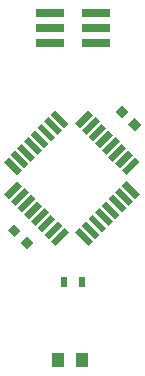
<source format=gbr>
G04 #@! TF.GenerationSoftware,KiCad,Pcbnew,(5.1.5)-3*
G04 #@! TF.CreationDate,2021-05-27T18:06:51+01:00*
G04 #@! TF.ProjectId,C595,43353935-2e6b-4696-9361-645f70636258,rev?*
G04 #@! TF.SameCoordinates,Original*
G04 #@! TF.FileFunction,Paste,Top*
G04 #@! TF.FilePolarity,Positive*
%FSLAX46Y46*%
G04 Gerber Fmt 4.6, Leading zero omitted, Abs format (unit mm)*
G04 Created by KiCad (PCBNEW (5.1.5)-3) date 2021-05-27 18:06:51*
%MOMM*%
%LPD*%
G04 APERTURE LIST*
%ADD10C,0.100000*%
%ADD11R,0.500000X0.900000*%
%ADD12R,1.000000X1.250000*%
%ADD13R,2.400000X0.740000*%
G04 APERTURE END LIST*
D10*
G36*
X152724963Y-168154074D02*
G01*
X153113872Y-167765165D01*
X154245243Y-168896536D01*
X153856334Y-169285445D01*
X152724963Y-168154074D01*
G37*
G36*
X152159277Y-168719759D02*
G01*
X152548186Y-168330850D01*
X153679557Y-169462221D01*
X153290648Y-169851130D01*
X152159277Y-168719759D01*
G37*
G36*
X151593592Y-169285445D02*
G01*
X151982501Y-168896536D01*
X153113872Y-170027907D01*
X152724963Y-170416816D01*
X151593592Y-169285445D01*
G37*
G36*
X151027907Y-169851130D02*
G01*
X151416816Y-169462221D01*
X152548187Y-170593592D01*
X152159278Y-170982501D01*
X151027907Y-169851130D01*
G37*
G36*
X150462221Y-170416816D02*
G01*
X150851130Y-170027907D01*
X151982501Y-171159278D01*
X151593592Y-171548187D01*
X150462221Y-170416816D01*
G37*
G36*
X149896536Y-170982501D02*
G01*
X150285445Y-170593592D01*
X151416816Y-171724963D01*
X151027907Y-172113872D01*
X149896536Y-170982501D01*
G37*
G36*
X149330850Y-171548186D02*
G01*
X149719759Y-171159277D01*
X150851130Y-172290648D01*
X150462221Y-172679557D01*
X149330850Y-171548186D01*
G37*
G36*
X148765165Y-172113872D02*
G01*
X149154074Y-171724963D01*
X150285445Y-172856334D01*
X149896536Y-173245243D01*
X148765165Y-172113872D01*
G37*
G36*
X147845926Y-171724963D02*
G01*
X148234835Y-172113872D01*
X147103464Y-173245243D01*
X146714555Y-172856334D01*
X147845926Y-171724963D01*
G37*
G36*
X147280241Y-171159277D02*
G01*
X147669150Y-171548186D01*
X146537779Y-172679557D01*
X146148870Y-172290648D01*
X147280241Y-171159277D01*
G37*
G36*
X146714555Y-170593592D02*
G01*
X147103464Y-170982501D01*
X145972093Y-172113872D01*
X145583184Y-171724963D01*
X146714555Y-170593592D01*
G37*
G36*
X146148870Y-170027907D02*
G01*
X146537779Y-170416816D01*
X145406408Y-171548187D01*
X145017499Y-171159278D01*
X146148870Y-170027907D01*
G37*
G36*
X145583184Y-169462221D02*
G01*
X145972093Y-169851130D01*
X144840722Y-170982501D01*
X144451813Y-170593592D01*
X145583184Y-169462221D01*
G37*
G36*
X145017499Y-168896536D02*
G01*
X145406408Y-169285445D01*
X144275037Y-170416816D01*
X143886128Y-170027907D01*
X145017499Y-168896536D01*
G37*
G36*
X144451814Y-168330850D02*
G01*
X144840723Y-168719759D01*
X143709352Y-169851130D01*
X143320443Y-169462221D01*
X144451814Y-168330850D01*
G37*
G36*
X143886128Y-167765165D02*
G01*
X144275037Y-168154074D01*
X143143666Y-169285445D01*
X142754757Y-168896536D01*
X143886128Y-167765165D01*
G37*
G36*
X142754757Y-166103464D02*
G01*
X143143666Y-165714555D01*
X144275037Y-166845926D01*
X143886128Y-167234835D01*
X142754757Y-166103464D01*
G37*
G36*
X143320443Y-165537779D02*
G01*
X143709352Y-165148870D01*
X144840723Y-166280241D01*
X144451814Y-166669150D01*
X143320443Y-165537779D01*
G37*
G36*
X143886128Y-164972093D02*
G01*
X144275037Y-164583184D01*
X145406408Y-165714555D01*
X145017499Y-166103464D01*
X143886128Y-164972093D01*
G37*
G36*
X144451813Y-164406408D02*
G01*
X144840722Y-164017499D01*
X145972093Y-165148870D01*
X145583184Y-165537779D01*
X144451813Y-164406408D01*
G37*
G36*
X145017499Y-163840722D02*
G01*
X145406408Y-163451813D01*
X146537779Y-164583184D01*
X146148870Y-164972093D01*
X145017499Y-163840722D01*
G37*
G36*
X145583184Y-163275037D02*
G01*
X145972093Y-162886128D01*
X147103464Y-164017499D01*
X146714555Y-164406408D01*
X145583184Y-163275037D01*
G37*
G36*
X146148870Y-162709352D02*
G01*
X146537779Y-162320443D01*
X147669150Y-163451814D01*
X147280241Y-163840723D01*
X146148870Y-162709352D01*
G37*
G36*
X146714555Y-162143666D02*
G01*
X147103464Y-161754757D01*
X148234835Y-162886128D01*
X147845926Y-163275037D01*
X146714555Y-162143666D01*
G37*
G36*
X149896536Y-161754757D02*
G01*
X150285445Y-162143666D01*
X149154074Y-163275037D01*
X148765165Y-162886128D01*
X149896536Y-161754757D01*
G37*
G36*
X150462221Y-162320443D02*
G01*
X150851130Y-162709352D01*
X149719759Y-163840723D01*
X149330850Y-163451814D01*
X150462221Y-162320443D01*
G37*
G36*
X151027907Y-162886128D02*
G01*
X151416816Y-163275037D01*
X150285445Y-164406408D01*
X149896536Y-164017499D01*
X151027907Y-162886128D01*
G37*
G36*
X151593592Y-163451813D02*
G01*
X151982501Y-163840722D01*
X150851130Y-164972093D01*
X150462221Y-164583184D01*
X151593592Y-163451813D01*
G37*
G36*
X152159278Y-164017499D02*
G01*
X152548187Y-164406408D01*
X151416816Y-165537779D01*
X151027907Y-165148870D01*
X152159278Y-164017499D01*
G37*
G36*
X152724963Y-164583184D02*
G01*
X153113872Y-164972093D01*
X151982501Y-166103464D01*
X151593592Y-165714555D01*
X152724963Y-164583184D01*
G37*
G36*
X153290648Y-165148870D02*
G01*
X153679557Y-165537779D01*
X152548186Y-166669150D01*
X152159277Y-166280241D01*
X153290648Y-165148870D01*
G37*
G36*
X153856334Y-165714555D02*
G01*
X154245243Y-166103464D01*
X153113872Y-167234835D01*
X152724963Y-166845926D01*
X153856334Y-165714555D01*
G37*
G36*
X143066662Y-171917992D02*
G01*
X143596992Y-171387662D01*
X144162678Y-171953348D01*
X143632348Y-172483678D01*
X143066662Y-171917992D01*
G37*
G36*
X144127322Y-172978652D02*
G01*
X144657652Y-172448322D01*
X145223338Y-173014008D01*
X144693008Y-173544338D01*
X144127322Y-172978652D01*
G37*
G36*
X153306678Y-161920348D02*
G01*
X152776348Y-162450678D01*
X152210662Y-161884992D01*
X152740992Y-161354662D01*
X153306678Y-161920348D01*
G37*
G36*
X154367338Y-162981008D02*
G01*
X153837008Y-163511338D01*
X153271322Y-162945652D01*
X153801652Y-162415322D01*
X154367338Y-162981008D01*
G37*
D11*
X149340000Y-176276000D03*
X147840000Y-176276000D03*
D12*
X149336000Y-182880000D03*
X147336000Y-182880000D03*
D13*
X150540000Y-156083000D03*
X146640000Y-156083000D03*
X150540000Y-154813000D03*
X146640000Y-154813000D03*
X150540000Y-153543000D03*
X146640000Y-153543000D03*
M02*

</source>
